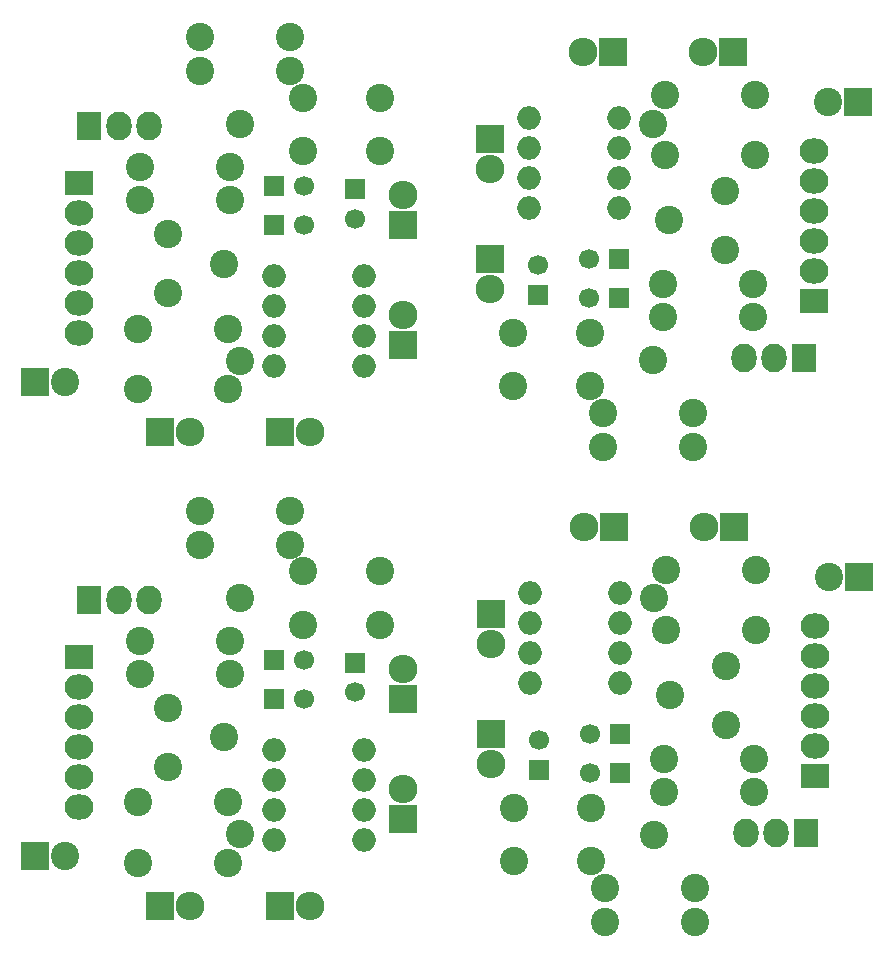
<source format=gts>
%MOIN*%
%OFA0B0*%
%FSLAX46Y46*%
%IPPOS*%
%LPD*%
%ADD10C,0.0039370078740157488*%
%ADD11R,0.066929133858267723X0.066929133858267723*%
%ADD12C,0.066929133858267723*%
%ADD13R,0.094488188976377951X0.094488188976377951*%
%ADD14C,0.094488188976377951*%
%ADD15O,0.07874015748031496X0.07874015748031496*%
%ADD16R,0.095748031496063X0.095748031496063*%
%ADD17O,0.095748031496063X0.095748031496063*%
%ADD18C,0.094448031496063*%
%ADD19R,0.095748031496063X0.083748031496063011*%
%ADD20O,0.095748031496063X0.083748031496063011*%
%ADD21R,0.083748031496063011X0.095748031496063*%
%ADD22O,0.083748031496063011X0.095748031496063*%
%ADD33C,0.0039370078740157488*%
%ADD34R,0.066929133858267723X0.066929133858267723*%
%ADD35C,0.066929133858267723*%
%ADD36R,0.094488188976377951X0.094488188976377951*%
%ADD37C,0.094488188976377951*%
%ADD38O,0.07874015748031496X0.07874015748031496*%
%ADD39R,0.095748031496063X0.095748031496063*%
%ADD40O,0.095748031496063X0.095748031496063*%
%ADD41C,0.094448031496063*%
%ADD42R,0.095748031496063X0.083748031496063011*%
%ADD43O,0.095748031496063X0.083748031496063011*%
%ADD44R,0.083748031496063011X0.095748031496063*%
%ADD45O,0.083748031496063011X0.095748031496063*%
%ADD46C,0.0039370078740157488*%
%ADD47R,0.066929133858267723X0.066929133858267723*%
%ADD48C,0.066929133858267723*%
%ADD49R,0.094488188976377951X0.094488188976377951*%
%ADD50C,0.094488188976377951*%
%ADD51O,0.07874015748031496X0.07874015748031496*%
%ADD52R,0.095748031496063X0.095748031496063*%
%ADD53O,0.095748031496063X0.095748031496063*%
%ADD54C,0.094448031496063*%
%ADD55R,0.095748031496063X0.083748031496063011*%
%ADD56O,0.095748031496063X0.083748031496063011*%
%ADD57R,0.083748031496063011X0.095748031496063*%
%ADD58O,0.083748031496063011X0.095748031496063*%
%ADD59C,0.0039370078740157488*%
%ADD60R,0.066929133858267723X0.066929133858267723*%
%ADD61C,0.066929133858267723*%
%ADD62R,0.094488188976377951X0.094488188976377951*%
%ADD63C,0.094488188976377951*%
%ADD64O,0.07874015748031496X0.07874015748031496*%
%ADD65R,0.095748031496063X0.095748031496063*%
%ADD66O,0.095748031496063X0.095748031496063*%
%ADD67C,0.094448031496063*%
%ADD68R,0.095748031496063X0.083748031496063011*%
%ADD69O,0.095748031496063X0.083748031496063011*%
%ADD70R,0.083748031496063011X0.095748031496063*%
%ADD71O,0.083748031496063011X0.095748031496063*%
G01*
D10*
D11*
X0005787401Y-0004055118D02*
X0001067401Y0000894881D03*
D12*
X0001165826Y0000894881D03*
D11*
X0001337401Y0001014881D03*
D12*
X0001337401Y0000916456D03*
D11*
X0001067401Y0001024881D03*
D12*
X0001165826Y0001024881D03*
D13*
X0000271653Y0000372598D03*
D14*
X0000371653Y0000372598D03*
D15*
X0001367401Y0000424881D03*
X0001367401Y0000524881D03*
X0001367401Y0000624881D03*
X0001367401Y0000724881D03*
X0001067401Y0000724881D03*
X0001067401Y0000624881D03*
X0001067401Y0000524881D03*
X0001067401Y0000424881D03*
D16*
X0001087401Y0000204881D03*
D17*
X0001187401Y0000204881D03*
D16*
X0000687401Y0000204881D03*
D17*
X0000787401Y0000204881D03*
D16*
X0001497401Y0000894881D03*
D17*
X0001497401Y0000994881D03*
D16*
X0001497401Y0000494881D03*
D17*
X0001497401Y0000594881D03*
D18*
X0000921653Y0001089133D03*
X0000621653Y0001089133D03*
X0001118503Y0001408031D03*
X0000818503Y0001408031D03*
X0000818503Y0001522204D03*
X0001118503Y0001522204D03*
X0000913779Y0000348976D03*
X0000613779Y0000348976D03*
X0000621653Y0000978897D03*
X0000921653Y0000978897D03*
X0000613779Y0000549763D03*
X0000913779Y0000549763D03*
X0001163338Y0001142266D03*
X0001419338Y0001319466D03*
X0001163338Y0001319466D03*
X0001419338Y0001142266D03*
D19*
X0000417322Y0001034015D03*
D20*
X0000417322Y0000934015D03*
X0000417322Y0000834015D03*
X0000417322Y0000734015D03*
X0000417322Y0000634015D03*
X0000417322Y0000534015D03*
D14*
X0000952755Y0001230866D03*
X0000952755Y0000443464D03*
D18*
X0000714517Y0000864699D03*
X0000901574Y0000766299D03*
X0000714517Y0000667899D03*
D21*
X0000448818Y0001224409D03*
D22*
X0000548818Y0001224409D03*
X0000648818Y0001224409D03*
G04 next file*
G04 #@! TF.FileFunction,Soldermask,Top*
G04 Gerber Fmt 4.6, Leading zero omitted, Abs format (unit mm)*
G04 Created by KiCad (PCBNEW 4.0.1-stable) date 10/18/2017 12:48:17 AM*
G01*
G04 APERTURE LIST*
G04 APERTURE END LIST*
D33*
D34*
X0005787401Y-0002476377D02*
X0001067401Y0002473621D03*
D35*
X0001165826Y0002473621D03*
D34*
X0001337401Y0002593621D03*
D35*
X0001337401Y0002495196D03*
D34*
X0001067401Y0002603621D03*
D35*
X0001165826Y0002603621D03*
D36*
X0000271653Y0001951338D03*
D37*
X0000371653Y0001951338D03*
D38*
X0001367401Y0002003621D03*
X0001367401Y0002103621D03*
X0001367401Y0002203621D03*
X0001367401Y0002303621D03*
X0001067401Y0002303621D03*
X0001067401Y0002203621D03*
X0001067401Y0002103621D03*
X0001067401Y0002003621D03*
D39*
X0001087401Y0001783621D03*
D40*
X0001187401Y0001783621D03*
D39*
X0000687401Y0001783621D03*
D40*
X0000787401Y0001783621D03*
D39*
X0001497401Y0002473621D03*
D40*
X0001497401Y0002573621D03*
D39*
X0001497401Y0002073621D03*
D40*
X0001497401Y0002173621D03*
D41*
X0000921653Y0002667873D03*
X0000621653Y0002667873D03*
X0001118503Y0002986771D03*
X0000818503Y0002986771D03*
X0000818503Y0003100944D03*
X0001118503Y0003100944D03*
X0000913779Y0001927716D03*
X0000613779Y0001927716D03*
X0000621653Y0002557637D03*
X0000921653Y0002557637D03*
X0000613779Y0002128503D03*
X0000913779Y0002128503D03*
X0001163338Y0002721006D03*
X0001419338Y0002898206D03*
X0001163338Y0002898206D03*
X0001419338Y0002721006D03*
D42*
X0000417322Y0002612755D03*
D43*
X0000417322Y0002512755D03*
X0000417322Y0002412755D03*
X0000417322Y0002312755D03*
X0000417322Y0002212755D03*
X0000417322Y0002112755D03*
D37*
X0000952755Y0002809606D03*
X0000952755Y0002022204D03*
D41*
X0000714517Y0002443439D03*
X0000901574Y0002345039D03*
X0000714517Y0002246639D03*
D44*
X0000448818Y0002803149D03*
D45*
X0000548818Y0002803149D03*
X0000648818Y0002803149D03*
G04 next file*
G04 #@! TF.FileFunction,Soldermask,Top*
G04 Gerber Fmt 4.6, Leading zero omitted, Abs format (unit mm)*
G04 Created by KiCad (PCBNEW 4.0.1-stable) date 10/18/2017 12:48:17 AM*
G01*
G04 APERTURE LIST*
G04 APERTURE END LIST*
D46*
D47*
X-0002500000Y0005728346D02*
X0002220000Y0000778346D03*
D48*
X0002121574Y0000778346D03*
D47*
X0001950000Y0000658346D03*
D48*
X0001950000Y0000756771D03*
D47*
X0002220000Y0000648346D03*
D48*
X0002121574Y0000648346D03*
D49*
X0003015748Y0001300629D03*
D50*
X0002915748Y0001300629D03*
D51*
X0001920000Y0001248346D03*
X0001920000Y0001148346D03*
X0001920000Y0001048346D03*
X0001920000Y0000948346D03*
X0002220000Y0000948346D03*
X0002220000Y0001048346D03*
X0002220000Y0001148346D03*
X0002220000Y0001248346D03*
D52*
X0002199999Y0001468346D03*
D53*
X0002100000Y0001468346D03*
D52*
X0002599999Y0001468346D03*
D53*
X0002500000Y0001468346D03*
D52*
X0001789999Y0000778346D03*
D53*
X0001789999Y0000678346D03*
D52*
X0001789999Y0001178346D03*
D53*
X0001789999Y0001078346D03*
D54*
X0002365748Y0000584094D03*
X0002665748Y0000584094D03*
X0002168897Y0000265196D03*
X0002468897Y0000265196D03*
X0002468897Y0000151023D03*
X0002168897Y0000151023D03*
X0002373622Y0001324251D03*
X0002673622Y0001324251D03*
X0002665748Y0000694330D03*
X0002365748Y0000694330D03*
X0002673622Y0001123464D03*
X0002373622Y0001123464D03*
X0002124062Y0000530962D03*
X0001868062Y0000353762D03*
X0002124062Y0000353762D03*
X0001868062Y0000530962D03*
D55*
X0002870078Y0000639212D03*
D56*
X0002870078Y0000739212D03*
X0002870078Y0000839212D03*
X0002870078Y0000939212D03*
X0002870078Y0001039212D03*
X0002870078Y0001139212D03*
D50*
X0002334645Y0000442362D03*
X0002334645Y0001229763D03*
D54*
X0002572884Y0000808529D03*
X0002385826Y0000906929D03*
X0002572884Y0001005329D03*
D57*
X0002838582Y0000448818D03*
D58*
X0002738582Y0000448818D03*
X0002638582Y0000448818D03*
G04 next file*
G04 #@! TF.FileFunction,Soldermask,Top*
G04 Gerber Fmt 4.6, Leading zero omitted, Abs format (unit mm)*
G04 Created by KiCad (PCBNEW 4.0.1-stable) date 10/18/2017 12:48:17 AM*
G01*
G04 APERTURE LIST*
G04 APERTURE END LIST*
D59*
D60*
X-0002503936Y0007311024D02*
X0002216063Y0002361024D03*
D61*
X0002117637Y0002361024D03*
D60*
X0001946063Y0002241024D03*
D61*
X0001946063Y0002339449D03*
D60*
X0002216063Y0002231024D03*
D61*
X0002117637Y0002231024D03*
D62*
X0003011811Y0002883307D03*
D63*
X0002911811Y0002883307D03*
D64*
X0001916063Y0002831024D03*
X0001916063Y0002731024D03*
X0001916063Y0002631024D03*
X0001916063Y0002531024D03*
X0002216063Y0002531024D03*
X0002216063Y0002631024D03*
X0002216063Y0002731024D03*
X0002216063Y0002831024D03*
D65*
X0002196063Y0003051024D03*
D66*
X0002096063Y0003051024D03*
D65*
X0002596063Y0003051024D03*
D66*
X0002496063Y0003051024D03*
D65*
X0001786063Y0002361024D03*
D66*
X0001786063Y0002261024D03*
D65*
X0001786063Y0002761024D03*
D66*
X0001786063Y0002661024D03*
D67*
X0002361811Y0002166772D03*
X0002661811Y0002166772D03*
X0002164960Y0001847874D03*
X0002464960Y0001847874D03*
X0002464960Y0001733701D03*
X0002164960Y0001733701D03*
X0002369685Y0002906929D03*
X0002669685Y0002906929D03*
X0002661811Y0002277008D03*
X0002361811Y0002277008D03*
X0002669685Y0002706142D03*
X0002369685Y0002706142D03*
X0002120126Y0002113639D03*
X0001864126Y0001936439D03*
X0002120126Y0001936439D03*
X0001864126Y0002113639D03*
D68*
X0002866141Y0002221890D03*
D69*
X0002866141Y0002321890D03*
X0002866141Y0002421890D03*
X0002866141Y0002521890D03*
X0002866141Y0002621890D03*
X0002866141Y0002721890D03*
D63*
X0002330708Y0002025039D03*
X0002330708Y0002812441D03*
D67*
X0002568947Y0002391206D03*
X0002381889Y0002489606D03*
X0002568947Y0002588006D03*
D70*
X0002834645Y0002031496D03*
D71*
X0002734645Y0002031496D03*
X0002634645Y0002031496D03*
M02*
</source>
